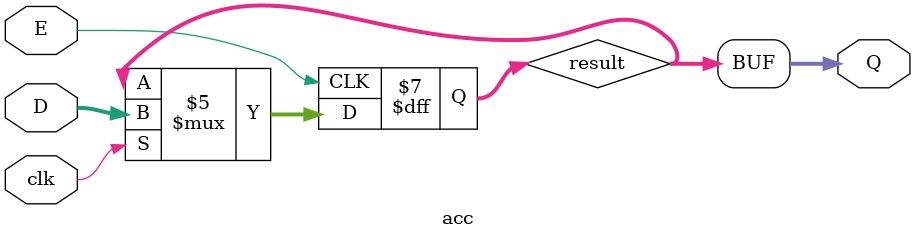
<source format=v>
module acc(clk, D, E, Q);

input clk;
input [7:0] D;
output [7:0] Q;
reg [7:0] result;
input E; 
initial result = 8'b00000000;

always @(posedge E)
	begin
		if(clk == 1)
			result = D;
	end
	
assign Q = result;
	
endmodule
</source>
